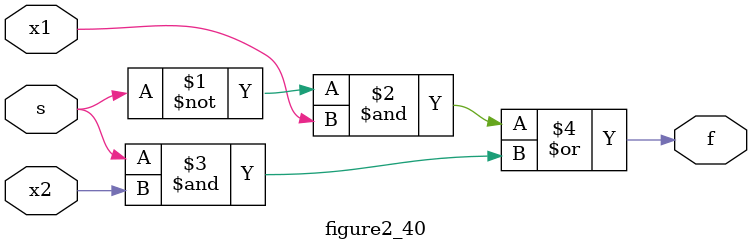
<source format=v>
module figure2_40 (
  x1, x2, s, f 
);
input x1, x2, s;
output f;

assign f = (~s & x1) | (s & x2);
  
endmodule
</source>
